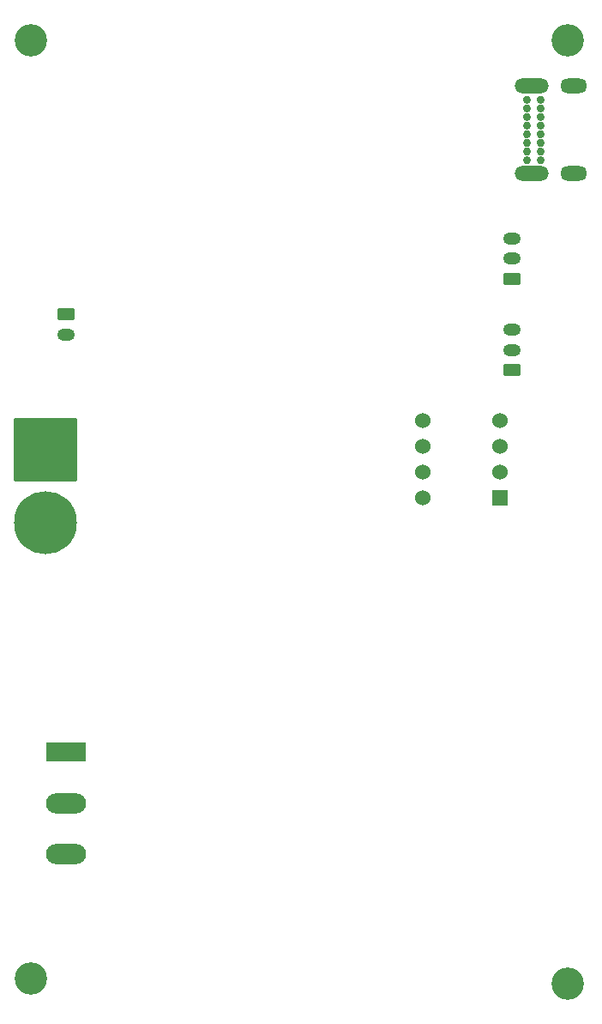
<source format=gbs>
%TF.GenerationSoftware,KiCad,Pcbnew,8.0.5*%
%TF.CreationDate,2024-11-27T19:54:23+01:00*%
%TF.ProjectId,escPCB,65736350-4342-42e6-9b69-6361645f7063,1.0*%
%TF.SameCoordinates,Original*%
%TF.FileFunction,Soldermask,Bot*%
%TF.FilePolarity,Negative*%
%FSLAX46Y46*%
G04 Gerber Fmt 4.6, Leading zero omitted, Abs format (unit mm)*
G04 Created by KiCad (PCBNEW 8.0.5) date 2024-11-27 19:54:23*
%MOMM*%
%LPD*%
G01*
G04 APERTURE LIST*
G04 Aperture macros list*
%AMRoundRect*
0 Rectangle with rounded corners*
0 $1 Rounding radius*
0 $2 $3 $4 $5 $6 $7 $8 $9 X,Y pos of 4 corners*
0 Add a 4 corners polygon primitive as box body*
4,1,4,$2,$3,$4,$5,$6,$7,$8,$9,$2,$3,0*
0 Add four circle primitives for the rounded corners*
1,1,$1+$1,$2,$3*
1,1,$1+$1,$4,$5*
1,1,$1+$1,$6,$7*
1,1,$1+$1,$8,$9*
0 Add four rect primitives between the rounded corners*
20,1,$1+$1,$2,$3,$4,$5,0*
20,1,$1+$1,$4,$5,$6,$7,0*
20,1,$1+$1,$6,$7,$8,$9,0*
20,1,$1+$1,$8,$9,$2,$3,0*%
G04 Aperture macros list end*
%ADD10C,0.387500*%
%ADD11RoundRect,0.250000X0.625000X-0.350000X0.625000X0.350000X-0.625000X0.350000X-0.625000X-0.350000X0*%
%ADD12O,1.750000X1.200000*%
%ADD13O,2.652400X1.452400*%
%ADD14O,3.352400X1.452400*%
%ADD15R,3.960000X1.980000*%
%ADD16O,3.960000X1.980000*%
%ADD17C,6.204000*%
%ADD18RoundRect,0.102000X-3.000000X3.000000X-3.000000X-3.000000X3.000000X-3.000000X3.000000X3.000000X0*%
%ADD19C,3.200000*%
%ADD20R,1.524000X1.524000*%
%ADD21C,1.524000*%
%ADD22RoundRect,0.250000X-0.625000X0.350000X-0.625000X-0.350000X0.625000X-0.350000X0.625000X0.350000X0*%
G04 APERTURE END LIST*
D10*
%TO.C,J2*%
X112703750Y-58345000D02*
G75*
G02*
X112316250Y-58345000I-193750J0D01*
G01*
X112316250Y-58345000D02*
G75*
G02*
X112703750Y-58345000I193750J0D01*
G01*
X112703750Y-59195000D02*
G75*
G02*
X112316250Y-59195000I-193750J0D01*
G01*
X112316250Y-59195000D02*
G75*
G02*
X112703750Y-59195000I193750J0D01*
G01*
X112703750Y-60045000D02*
G75*
G02*
X112316250Y-60045000I-193750J0D01*
G01*
X112316250Y-60045000D02*
G75*
G02*
X112703750Y-60045000I193750J0D01*
G01*
X112703750Y-60895000D02*
G75*
G02*
X112316250Y-60895000I-193750J0D01*
G01*
X112316250Y-60895000D02*
G75*
G02*
X112703750Y-60895000I193750J0D01*
G01*
X112703750Y-61745000D02*
G75*
G02*
X112316250Y-61745000I-193750J0D01*
G01*
X112316250Y-61745000D02*
G75*
G02*
X112703750Y-61745000I193750J0D01*
G01*
X112703750Y-62595000D02*
G75*
G02*
X112316250Y-62595000I-193750J0D01*
G01*
X112316250Y-62595000D02*
G75*
G02*
X112703750Y-62595000I193750J0D01*
G01*
X112703750Y-63445000D02*
G75*
G02*
X112316250Y-63445000I-193750J0D01*
G01*
X112316250Y-63445000D02*
G75*
G02*
X112703750Y-63445000I193750J0D01*
G01*
X112703750Y-64295000D02*
G75*
G02*
X112316250Y-64295000I-193750J0D01*
G01*
X112316250Y-64295000D02*
G75*
G02*
X112703750Y-64295000I193750J0D01*
G01*
X114053750Y-58345000D02*
G75*
G02*
X113666250Y-58345000I-193750J0D01*
G01*
X113666250Y-58345000D02*
G75*
G02*
X114053750Y-58345000I193750J0D01*
G01*
X114053750Y-59195000D02*
G75*
G02*
X113666250Y-59195000I-193750J0D01*
G01*
X113666250Y-59195000D02*
G75*
G02*
X114053750Y-59195000I193750J0D01*
G01*
X114053750Y-60045000D02*
G75*
G02*
X113666250Y-60045000I-193750J0D01*
G01*
X113666250Y-60045000D02*
G75*
G02*
X114053750Y-60045000I193750J0D01*
G01*
X114053750Y-60895000D02*
G75*
G02*
X113666250Y-60895000I-193750J0D01*
G01*
X113666250Y-60895000D02*
G75*
G02*
X114053750Y-60895000I193750J0D01*
G01*
X114053750Y-61745000D02*
G75*
G02*
X113666250Y-61745000I-193750J0D01*
G01*
X113666250Y-61745000D02*
G75*
G02*
X114053750Y-61745000I193750J0D01*
G01*
X114053750Y-62595000D02*
G75*
G02*
X113666250Y-62595000I-193750J0D01*
G01*
X113666250Y-62595000D02*
G75*
G02*
X114053750Y-62595000I193750J0D01*
G01*
X114053750Y-63445000D02*
G75*
G02*
X113666250Y-63445000I-193750J0D01*
G01*
X113666250Y-63445000D02*
G75*
G02*
X114053750Y-63445000I193750J0D01*
G01*
X114053750Y-64295000D02*
G75*
G02*
X113666250Y-64295000I-193750J0D01*
G01*
X113666250Y-64295000D02*
G75*
G02*
X114053750Y-64295000I193750J0D01*
G01*
%TD*%
D11*
%TO.C,J4*%
X111050000Y-76000000D03*
D12*
X111050000Y-74000000D03*
X111050000Y-72000000D03*
%TD*%
D13*
%TO.C,J2*%
X117160000Y-65640000D03*
X117160000Y-57000000D03*
D14*
X113010000Y-65640000D03*
X113010000Y-57000000D03*
%TD*%
D15*
%TO.C,J1*%
X67000000Y-122705000D03*
D16*
X67000000Y-127705000D03*
X67000000Y-132705000D03*
%TD*%
D17*
%TO.C,J3*%
X65000000Y-100100000D03*
D18*
X65000000Y-92900000D03*
%TD*%
D19*
%TO.C,H3*%
X63500000Y-145000000D03*
%TD*%
%TO.C,H4*%
X116500000Y-145500000D03*
%TD*%
%TO.C,H1*%
X63500000Y-52500000D03*
%TD*%
D20*
%TO.C,CR1*%
X109810000Y-97620000D03*
D21*
X109810000Y-95080000D03*
X109810000Y-92540000D03*
X109810000Y-90000000D03*
X102190000Y-90000000D03*
X102190000Y-92540000D03*
X102190000Y-95080000D03*
X102190000Y-97620000D03*
%TD*%
D19*
%TO.C,H2*%
X116500000Y-52500000D03*
%TD*%
D22*
%TO.C,J6*%
X67000000Y-79500000D03*
D12*
X67000000Y-81500000D03*
%TD*%
D11*
%TO.C,J5*%
X111050000Y-85000000D03*
D12*
X111050000Y-83000000D03*
X111050000Y-81000000D03*
%TD*%
M02*

</source>
